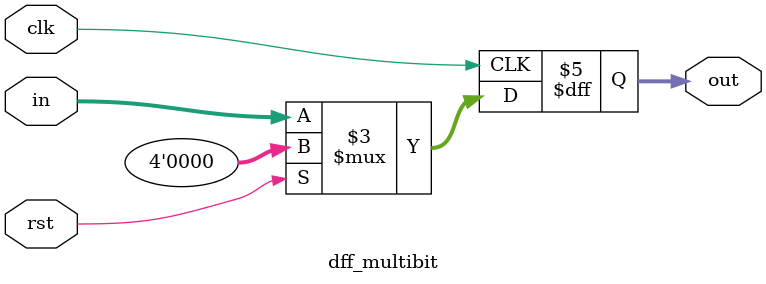
<source format=v>
module dff_multibit(clk,rst,in,out);

parameter NUM=4;

input clk,rst;
input [NUM-1:0] in;
output reg [NUM-1:0] out;

//synchronous reset
always@(posedge clk) begin 
	if(rst) out<=0;
	else out<=in;
end
endmodule 
</source>
